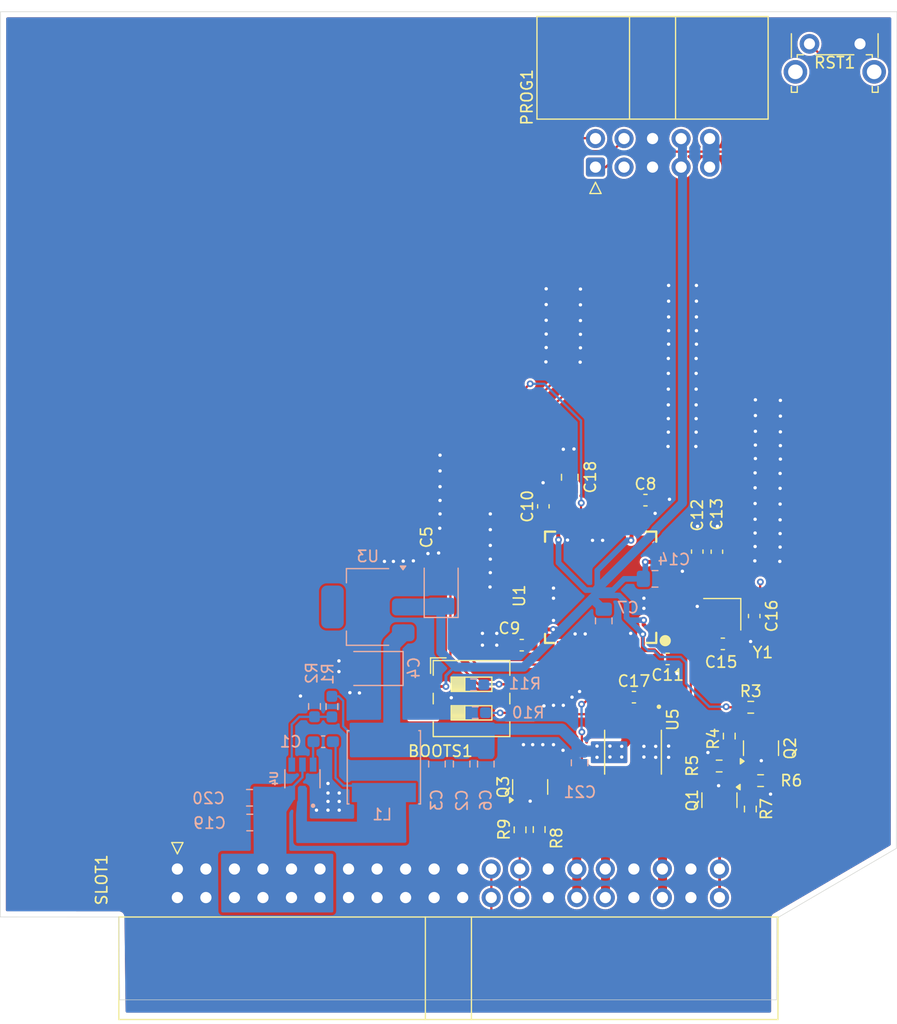
<source format=kicad_pcb>
(kicad_pcb (version 20240108) (generator "pcbnew") (generator_version "8.0")
  (layers (0 "F.Cu" signal) (31 "B.Cu" signal) (34 "B.Paste" user) (35 "F.Paste" user) (36 "B.SilkS" user "B.Silkscreen") (37 "F.SilkS" user "F.Silkscreen") (38 "B.Mask" user) (39 "F.Mask" user) (44 "Edge.Cuts" user))
  (net 0 "")
  (net 1 "CAN_H")
  (net 2 "+12V")
  (net 3 "RST")
  (net 4 "EN")
  (net 5 "GND")
  (net 6 "CAN_L")
  (net 7 "N_ERR")
  (net 12 "Net-(U1-VCAP)")
  (net 21 "Net-(U1-PH0)")
  (net 40 "Net-(Q1-G)")
  (net 48 "Net-(U1-PH1)")
  (net 49 "I2C3_SCL")
  (net 52 "CAN_RX")
  (net 53 "CAN_TX")
  (net 54 "Net-(U4-SW)")
  (net 55 "Net-(U4-VBST)")
  (net 56 "+5V")
  (net 57 "+3.3V")
  (net 58 "Net-(U4-VFB)")
  (net 59 "I2C3_SDA")
  (net 60 "SPLIT")
  (net 61 "/MCU/N_ERR_MOS")
  (net 62 "Net-(Q2-G)")
  (net 63 "N_RST")
  (net 64 "/MCU/SWIM")
  (net 65 "/MCU/SWDIO")
  (net 66 "/MCU/SWCLK")
  (net 67 "Net-(Q3-G)")
  (net 68 "/MCU/BOOT0")
  (net 69 "/MCU/BOOT1")
  (net 70 "/MCU/EN_PIN")
  (footprint "Crystal:Crystal_SMD_2520-4Pin_2.5x2.0mm" (layer "F.Cu") (at 146.099999 92.125 180)
    (property "Reference" "Y1")
    (property "Value" "Crystal_GND24")
  )
  (footprint "Package_TO_SOT_SMD:SOT-23" (layer "F.Cu") (at 129 107.4875 90)
    (property "Reference" "Q3")
    (property "Value" "2N7002")
  )
  (footprint "Capacitor_SMD:C_0603_1608Metric_Pad1.08x0.95mm_HandSolder" (layer "F.Cu") (at 141.2375 96.1)
    (property "Reference" "C11")
    (property "Value" "100n")
  )
  (footprint "Capacitor_SMD:C_0603_1608Metric_Pad1.08x0.95mm_HandSolder" (layer "F.Cu") (at 146.153032 94.758973)
    (property "Reference" "C15")
    (property "Value" "22p")
  )
  (footprint "Capacitor_SMD:C_0603_1608Metric_Pad1.08x0.95mm_HandSolder" (layer "F.Cu") (at 143.874998 86.55 90)
    (property "Reference" "C12")
    (property "Value" "100n")
  )
  (footprint "Resistor_SMD:R_0603_1608Metric_Pad0.98x0.95mm_HandSolder" (layer "F.Cu") (at 148.6375 100.4)
    (property "Reference" "R3")
    (property "Value" "10k")
  )
  (footprint "Button_Switch_THT:SW_Tactile_SPST_Angled_PTS645Vx39-2LFS" (layer "F.Cu") (at 153.865 41.385)
    (property "Reference" "RST1")
    (property "Value" "SW_Push")
  )
  (footprint "Connector_IDC:IDC-Header_2x20_P2.54mm_Horizontal" (layer "F.Cu") (at 97.59 114.785 90)
    (property "Reference" "SLOT1")
    (property "Value" "Conn_02x20_Counter_Clockwise" (hide yes))
  )
  (footprint "Resistor_SMD:R_0603_1608Metric_Pad0.98x0.95mm_HandSolder" (layer "F.Cu") (at 129.8 111.275 90)
    (property "Reference" "R8")
    (property "Value" "47k")
  )
  (footprint "Resistor_SMD:R_0603_1608Metric_Pad0.98x0.95mm_HandSolder" (layer "F.Cu") (at 146.725 102.9625 90)
    (property "Reference" "R4")
    (property "Value" "1k")
  )
  (footprint "Resistor_SMD:R_0603_1608Metric_Pad0.98x0.95mm_HandSolder" (layer "F.Cu") (at 128.1 111.3 -90)
    (property "Reference" "R9")
    (property "Value" "1k")
  )
  (footprint "Capacitor_SMD:C_0603_1608Metric_Pad1.08x0.95mm_HandSolder" (layer "F.Cu") (at 139.2625 81.975)
    (property "Reference" "C8")
    (property "Value" "100n")
  )
  (footprint "Capacitor_SMD:C_0603_1608Metric_Pad1.08x0.95mm_HandSolder" (layer "F.Cu") (at 145.625 86.5625 90)
    (property "Reference" "C13")
    (property "Value" "100n")
  )
  (footprint "Button_Switch_SMD:SW_DIP_SPSTx02_Slide_6.7x6.64mm_W8.61mm_P2.54mm_LowProfile" (layer "F.Cu") (at 123.78 99.625)
    (property "Reference" "BOOTS1")
    (property "Value" "SW_DIP_x02")
  )
  (footprint "Capacitor_SMD:C_0603_1608Metric_Pad1.08x0.95mm_HandSolder" (layer "F.Cu") (at 138.2375 99.5)
    (property "Reference" "C17")
    (property "Value" "100n")
  )
  (footprint "Capacitor_SMD:C_0805_2012Metric_Pad1.18x1.45mm_HandSolder" (layer "F.Cu") (at 132.525 79.9375 90)
    (property "Reference" "C18")
    (property "Value" "4.7u")
  )
  (footprint "Resistor_SMD:R_0603_1608Metric_Pad0.98x0.95mm_HandSolder" (layer "F.Cu") (at 148.6 109.45 -90)
    (property "Reference" "R7")
    (property "Value" "1k")
  )
  (footprint "STM32F412RET6:LQFP-10X10-64" (layer "F.Cu") (at 135.275001 89.725 90)
    (property "Reference" "U1")
    (property "Value" "STM32F412RET6")
  )
  (footprint "Capacitor_SMD:C_0603_1608Metric_Pad1.08x0.95mm_HandSolder" (layer "F.Cu") (at 128.25 94.875 180)
    (property "Reference" "C9")
    (property "Value" "100n")
  )
  (footprint "Capacitor_SMD:C_0603_1608Metric_Pad1.08x0.95mm_HandSolder" (layer "F.Cu") (at 148.946103 92.284099 -90)
    (property "Reference" "C16")
    (property "Value" "22p")
  )
  (footprint "Capacitor_SMD:C_0603_1608Metric_Pad1.08x0.95mm_HandSolder" (layer "F.Cu") (at 130.175 82.525 90)
    (property "Reference" "C10")
    (property "Value" "100n")
  )
  (footprint "Resistor_SMD:R_0603_1608Metric_Pad0.98x0.95mm_HandSolder" (layer "F.Cu") (at 145.825 105.625)
    (property "Reference" "R5")
    (property "Value" "47k")
  )
  (footprint "Package_TO_SOT_SMD:SOT-23" (layer "F.Cu") (at 149.55 104.0375 90)
    (property "Reference" "Q2")
    (property "Value" "2N7002")
  )
  (footprint "SN65HVD1040D:SOIC127P599X175-8N" (layer "F.Cu") (at 138.155 104.395001 -90)
    (property "Reference" "U5")
    (property "Value" "SN65HVD1040D")
  )
  (footprint "Connector_IDC:IDC-Header_2x05_P2.54mm_Horizontal" (layer "F.Cu") (at 134.815 52.35 90)
    (property "Reference" "PROG1")
    (property "Value" "Conn_02x05_Counter_Clockwise" (hide yes))
  )
  (footprint "Resistor_SMD:R_0603_1608Metric_Pad0.98x0.95mm_HandSolder" (layer "F.Cu") (at 149.5125 106.925 180)
    (property "Reference" "R6")
    (property "Value" "47k")
  )
  (footprint "Package_TO_SOT_SMD:SOT-23" (layer "F.Cu") (at 145.85 108.662499 -90)
    (property "Reference" "Q1")
    (property "Value" "2N7002")
  )
  (footprint "Capacitor_SMD:C_0805_2012Metric_Pad1.18x1.45mm_HandSolder" (layer "B.Cu") (at 104.0125 108.45 180)
    (property "Reference" "C20")
    (property "Value" "22u")
  )
  (footprint "Capacitor_SMD:C_0805_2012Metric_Pad1.18x1.45mm_HandSolder" (layer "B.Cu") (at 122.9 105.45 -90)
    (property "Reference" "C2")
    (property "Value" "22u")
  )
  (footprint "Capacitor_Tantalum_SMD:CP_EIA-3528-21_Kemet-B_Pad1.50x2.35mm_HandSolder" (layer "B.Cu") (at 121.075 89.775 90)
    (property "Reference" "C5")
    (property "Value" "10u")
  )
  (footprint "Capacitor_SMD:C_0805_2012Metric_Pad1.18x1.45mm_HandSolder" (layer "B.Cu") (at 133.4 105.3375 -90)
    (property "Reference" "C21")
    (property "Value" "22u")
  )
  (footprint "Capacitor_SMD:C_0805_2012Metric_Pad1.18x1.45mm_HandSolder" (layer "B.Cu") (at 140.1125 88.975)
    (property "Reference" "C14")
    (property "Value" "10u")
  )
  (footprint "Capacitor_SMD:C_0805_2012Metric_Pad1.18x1.45mm_HandSolder" (layer "B.Cu") (at 120.7 105.45 -90)
    (property "Reference" "C3")
    (property "Value" "22u")
  )
  (footprint "Capacitor_SMD:C_0805_2012Metric_Pad1.18x1.45mm_HandSolder" (layer "B.Cu") (at 104.0375 110.65 180)
    (property "Reference" "C19")
    (property "Value" "22u")
  )
  (footprint "Capacitor_SMD:C_0603_1608Metric_Pad1.08x0.95mm_HandSolder" (layer "B.Cu") (at 110.575 103.4625)
    (property "Reference" "C1")
    (property "Value" "100n")
  )
  (footprint "Resistor_SMD:R_0603_1608Metric_Pad0.98x0.95mm_HandSolder" (layer "B.Cu") (at 109.8 100.325001 90)
    (property "Reference" "R2")
    (property "Value" "10k")
  )
  (footprint "Resistor_SMD:R_0603_1608Metric_Pad0.98x0.95mm_HandSolder" (layer "B.Cu") (at 124.1125 100.875 180)
    (property "Reference" "R10")
    (property "Value" "10k")
  )
  (footprint "TPS563201DDCR:SOT95P280X110-6N" (layer "B.Cu") (at 108.724999 106.757501 90)
    (property "Reference" "U4")
    (property "Value" "TPS563201DDCR")
  )
  (footprint "Resistor_SMD:R_0603_1608Metric_Pad0.98x0.95mm_HandSolder" (layer "B.Cu") (at 111.35 100.3375 -90)
    (property "Reference" "R1")
    (property "Value" "54.9k")
  )
  (footprint "Inductor_SMD:L_Changjiang_FNR6045S" (layer "B.Cu") (at 115.975 105.7375 90)
    (property "Reference" "L1")
    (property "Value" "4.7u")
  )
  (footprint "Resistor_SMD:R_0603_1608Metric_Pad0.98x0.95mm_HandSolder" (layer "B.Cu") (at 123.9625 98.4 180)
    (property "Reference" "R11")
    (property "Value" "10k")
  )
  (footprint "Package_TO_SOT_SMD:SOT-223" (layer "B.Cu") (at 114.549999 91.475 180)
    (property "Reference" "U3")
    (property "Value" "LM1117MP-3.3")
  )
  (footprint "Capacitor_SMD:C_0805_2012Metric_Pad1.18x1.45mm_HandSolder" (layer "B.Cu") (at 125.05 105.45 -90)
    (property "Reference" "C6")
    (property "Value" "22u")
  )
  (footprint "Capacitor_Tantalum_SMD:CP_EIA-3528-21_Kemet-B_Pad1.50x2.35mm_HandSolder" (layer "B.Cu") (at 115.05 96.95 180)
    (property "Reference" "C4")
    (property "Value" "10u")
  )
  (footprint "Capacitor_SMD:C_0805_2012Metric_Pad1.18x1.45mm_HandSolder" (layer "B.Cu") (at 135.55 92.7125 -90)
    (property "Reference" "C7")
    (property "Value" "10u")
  )
  (gr_line (start 150.92 126.42) (end 150.95 119.165) (stroke (width 0.05)) (layer "Edge.Cuts"))
  (gr_line (start 92.46 126.42) (end 92.38 119.055) (stroke (width 0.05)) (layer "Edge.Cuts"))
  (gr_line (start 92.38 119.055) (end 81.825 119.05) (stroke (width 0.05)) (layer "Edge.Cuts"))
  (gr_line (start 81.825 119.05) (end 81.85 38.525) (stroke (width 0.05)) (layer "Edge.Cuts"))
  (gr_line (start 81.85 38.525) (end 161.65 38.525) (stroke (width 0.05)) (layer "Edge.Cuts"))
  (gr_line (start 150.95 119.165) (end 161.6 112.95) (stroke (width 0.05)) (layer "Edge.Cuts"))
  (gr_line (start 161.6 112.95) (end 161.65 38.525) (stroke (width 0.05)) (layer "Edge.Cuts"))
  (gr_line (start 150.92 126.42) (end 92.46 126.42) (stroke (width 0.05)) (layer "Edge.Cuts"))
  (segment (start 140.785 112.21) (end 140.785 115.225) (width 0.8) (layer "F.Cu") (net 1))
  (segment (start 138.789999 110.214999) (end 140.785 112.21) (width 0.8) (layer "F.Cu") (net 1))
  (segment (start 138.789999 106.865001) (end 138.789999 110.214999) (width 0.8) (layer "F.Cu") (net 1))
  (segment (start 140.785 117.765001) (end 140.785 115.225) (width 0.8) (layer "F.Cu") (net 1))
  (segment (start 108.724999 106.625001) (end 108.724999 105.502501) (width 0.2) (layer "B.Cu") (net 2))
  (segment (start 107.775 107.575) (end 108.724999 106.625001) (width 0.2) (layer "B.Cu") (net 2))
  (segment (start 107.775 108.0125) (end 107.775 107.575) (width 0.2) (layer "B.Cu") (net 2))
  (segment (start 126.375 120.425) (end 146.925 120.425) (width 0.2) (layer "F.Cu") (net 3))
  (segment (start 125.545 119.595) (end 126.375 120.425) (width 0.2) (layer "F.Cu") (net 3))
  (segment (start 146.925 120.425) (end 148.6 118.75) (width 0.2) (layer "F.Cu") (net 3))
  (segment (start 125.545 117.765001) (end 125.545 115.225001) (width 0.2) (layer "F.Cu") (net 3))
  (segment (start 148.6 118.75) (end 148.6 109.8625) (width 0.2) (layer "F.Cu") (net 3))
  (segment (start 125.545 117.765001) (end 125.545 119.595) (width 0.2) (layer "F.Cu") (net 3))
  (segment (start 128.07 114.785) (end 128.07 112.2425) (width 0.2) (layer "F.Cu") (net 4))
  (segment (start 128.07 112.2425) (end 128.1 112.2125) (width 0.2) (layer "F.Cu") (net 4))
  (segment (start 128.07 117.325) (end 128.07 114.785) (width 0.2) (layer "F.Cu") (net 4))
  (via (at 126.025 94.875) (size 0.6) (drill 0.3) (layers "F.Cu" "B.Cu") (net 5))
  (via (at 111 108.025) (size 0.6) (drill 0.3) (layers "F.Cu" "B.Cu") (net 5))
  (via (at 140.175 104.85) (size 0.6) (drill 0.3) (layers "F.Cu" "B.Cu") (net 5))
  (via (at 137.95 93.825) (size 0.6) (drill 0.3) (layers "F.Cu" "B.Cu") (net 5))
  (via (at 143.875 91.425) (size 0.6) (drill 0.3) (layers "F.Cu" "B.Cu") (net 5))
  (via (at 131.075 100.225) (size 0.6) (drill 0.3) (layers "F.Cu" "B.Cu") (net 5))
  (via (at 151.275 74.5) (size 0.6) (drill 0.3) (layers "F.Cu" "B.Cu") (net 5))
  (via (at 126.025 93.825) (size 0.6) (drill 0.3) (layers "F.Cu" "B.Cu") (net 5))
  (via (at 149.025 83.675) (size 0.6) (drill 0.3) (layers "F.Cu" "B.Cu") (net 5))
  (via (at 151.275 75.9) (size 0.6) (drill 0.3) (layers "F.Cu" "B.Cu") (net 5))
  (via (at 111 107.175) (size 0.6) (drill 0.3) (layers "F.Cu" "B.Cu") (net 5))
  (via (at 120.975 80.775) (size 0.6) (drill 0.3) (layers "F.Cu" "B.Cu") (net 5))
  (via (at 151.275 73.1) (size 0.6) (drill 0.3) (layers "F.Cu" "B.Cu") (net 5))
  (via (at 131.95 100.225) (size 0.6) (drill 0.3) (layers "F.Cu" "B.Cu") (net 5))
  (via (at 149.05 73.05) (size 0.6) (drill 0.3) (layers "F.Cu" "B.Cu") (net 5))
  (via (at 143.775 74.725) (size 0.6) (drill 0.3) (layers "F.Cu" "B.Cu") (net 5))
  (via (at 132.725 99.5) (size 0.6) (drill 0.3) (layers "F.Cu" "B.Cu") (net 5))
  (via (at 112 108.025) (size 0.6) (drill 0.3) (layers "F.Cu" "B.Cu") (net 5))
  (via (at 130.425 68.4) (size 0.6) (drill 0.3) (layers "F.Cu" "B.Cu") (net 5))
  (via (at 124.75 94.875) (size 0.6) (drill 0.3) (layers "F.Cu" "B.Cu") (net 5))
  (via (at 151.25 84.95) (size 0.6) (drill 0.3) (layers "F.Cu" "B.Cu") (net 5))
  (via (at 143.8 66.9) (size 0.6) (drill 0.3) (layers "F.Cu" "B.Cu") (net 5))
  (via (at 134.55 85.55) (size 0.6) (drill 0.3) (layers "F.Cu" "B.Cu") (net 5))
  (via (at 142.55 88.3) (size 0.6) (drill 0.3) (layers "F.Cu" "B.Cu") (net 5))
  (via (at 140.175 103.874998) (size 0.6) (drill 0.3) (layers "F.Cu" "B.Cu") (net 5))
  (via (at 111 108.775) (size 0.6) (drill 0.3) (layers "F.Cu" "B.Cu") (net 5))
  (via (at 141.275 77.2) (size 0.6) (drill 0.3) (layers "F.Cu" "B.Cu") (net 5))
  (via (at 149.025 82.275) (size 0.6) (drill 0.3) (layers "F.Cu" "B.Cu") (net 5))
  (via (at 133.475 66) (size 0.6) (drill 0.3) (layers "F.Cu" "B.Cu") (net 5))
  (via (at 133 93.875) (size 0.6) (drill 0.3) (layers "F.Cu" "B.Cu") (net 5))
  (via (at 117.7 87.4) (size 0.6) (drill 0.3) (layers "F.Cu" "B.Cu") (net 5))
  (via (at 151.275 78.325) (size 0.6) (drill 0.3) (layers "F.Cu" "B.Cu") (net 5))
  (via (at 131.075001 89.799999) (size 0.6) (drill 0.3) (layers "F.Cu" "B.Cu") (net 5))
  (via (at 111 109.55) (size 0.6) (drill 0.3) (layers "F.Cu" "B.Cu") (net 5))
  (via (at 120.975 79.375) (size 0.6) (drill 0.3) (layers "F.Cu" "B.Cu") (net 5))
  (via (at 142.075 97.4) (size 0.6) (drill 0.3) (layers "F.Cu" "B.Cu") (net 5))
  (via (at 143.75 77.2) (size 0.6) (drill 0.3) (layers "F.Cu" "B.Cu") (net 5))
  (via (at 141.325 68.1) (size 0.6) (drill 0.3) (layers "F.Cu" "B.Cu") (net 5))
  (via (at 131.075 92.675) (size 0.6) (drill 0.3) (layers "F.Cu" "B.Cu") (net 5))
  (via (at 133.475 67.225) (size 0.6) (drill 0.3) (layers "F.Cu" "B.Cu") (net 5))
  (via (at 125.45 84.6) (size 0.6) (drill 0.3) (layers "F.Cu" "B.Cu") (net 5))
  (via (at 133.9 93.875) (size 0.6) (drill 0.3) (layers "F.Cu" "B.Cu") (net 5))
  (via (at 139.124999 104.824999) (size 0.6) (drill 0.3) (layers "F.Cu" "B.Cu") (net 5))
  (via (at 111.975 96.275) (size 0.6) (drill 0.3) (layers "F.Cu" "B.Cu") (net 5))
  (via (at 143.775 72.1) (size 0.6) (drill 0.3) (layers "F.Cu" "B.Cu") (net 5))
  (via (at 132.325 85.525) (size 0.6) (drill 0.3) (layers "F.Cu" "B.Cu") (net 5))
  (via (at 116.825 87.425) (size 0.6) (drill 0.3) (layers "F.Cu" "B.Cu") (net 5))
  (via (at 143.8 68.1) (size 0.6) (drill 0.3) (layers "F.Cu" "B.Cu") (net 5))
  (via (at 124.75 93.825) (size 0.6) (drill 0.3) (layers "F.Cu" "B.Cu") (net 5))
  (via (at 149.05 77.075) (size 0.6) (drill 0.3) (layers "F.Cu" "B.Cu") (net 5))
  (via (at 128.4 103.725) (size 0.6) (drill 0.3) (layers "F.Cu" "B.Cu") (net 5))
  (via (at 125.425 89.7) (size 0.6) (drill 0.3) (layers "F.Cu" "B.Cu") (net 5))
  (via (at 141.3 69.375) (size 0.6) (drill 0.3) (layers "F.Cu" "B.Cu") (net 5))
  (via (at 131.075 103.725) (size 0.6) (drill 0.3) (layers "F.Cu" "B.Cu") (net 5))
  (via (at 113.8 99.125) (size 0.6) (drill 0.3) (layers "F.Cu" "B.Cu") (net 5))
  (via (at 108.55 99.4) (size 0.6) (drill 0.3) (layers "F.Cu" "B.Cu") (net 5))
  (via (at 129.225 103.725) (size 0.6) (drill 0.3) (layers "F.Cu" "B.Cu") (net 5))
  (via (at 120.85 86.675) (size 0.6) (drill 0.3) (layers "F.Cu" "B.Cu") (net 5))
  (via (at 133.475 68.425) (size 0.6) (drill 0.3) (layers "F.Cu" "B.Cu") (net 5))
  (via (at 130.425 65.975) (size 0.6) (drill 0.3) (layers "F.Cu" "B.Cu") (net 5))
  (via (at 149.575 105.15) (size 0.6) (drill 0.3) (layers "F.Cu" "B.Cu") (net 5))
  (via (at 109.975 109.55) (size 0.6) (drill 0.3) (layers "F.Cu" "B.Cu") (net 5))
  (via (at 143.8 65.675) (size 0.6) (drill 0.3) (layers "F.Cu" "B.Cu") (net 5))
  (via (at 112 108.775) (size 0.6) (drill 0.3) (layers "F.Cu" "B.Cu") (net 5))
  (via (at 111.975 97.225) (size 0.6) (drill 0.3) (layers "F.Cu" "B.Cu") (net 5))
  (via (at 133.4 99) (size 0.6) (drill 0.3) (layers "F.Cu" "B.Cu") (net 5))
  (via (at 140.125 83.15) (size 0.6) (drill 0.3) (layers "F.Cu" "B.Cu") (net 5))
  (via (at 125.45 87.225) (size 0.6) (drill 0.3) (layers "F.Cu" "B.Cu") (net 5))
  (via (at 119.9 86.725) (size 0.6) (drill 0.3) (layers "F.Cu" "B.Cu") (net 5))
  (via (at 149.05 78.275) (size 0.6) (drill 0.3) (layers "F.Cu" "B.Cu") (net 5))
  (via (at 141.4 81.9) (size 0.6) (drill 0.3) (layers "F.Cu" "B.Cu") (net 5))
  (via (at 141.325 65.675) (size 0.6) (drill 0.3) (layers "F.Cu" "B.Cu") (net 5))
  (via (at 130.4 69.675) (size 0.6) (drill 0.3) (layers "F.Cu" "B.Cu") (net 5))
  (via (at 149.025 86.1) (size 0.6) (drill 0.3) (layers "F.Cu" "B.Cu") (net 5))
  (via (at 141.325 104.85) (size 0.6) (drill 0.3) (layers "F.Cu" "B.Cu") (net 5))
  (via (at 144.825 104.425) (size 0.6) (drill 0.3) (layers "F.Cu" "B.Cu") (net 5))
  (via (at 120.95 84.475) (size 0.6) (drill 0.3) (layers "F.Cu" "B.Cu") (net 5))
  (via (at 131.925 104.225) (size 0.6) (drill 0.3) (layers "F.Cu" "B.Cu") (net 5))
  (via (at 131.95 77.45) (size 0.6) (drill 0.3) (layers "F.Cu" "B.Cu") (net 5))
  (via (at 151.25 82.325) (size 0.6) (drill 0.3) (layers "F.Cu" "B.Cu") (net 5))
  (via (at 120.975 82) (size 0.6) (drill 0.3) (layers "F.Cu" "B.Cu") (net 5))
  (via (at 112.95 99.1) (size 0.6) (drill 0.3) (layers "F.Cu" "B.Cu") (net 5))
  (via (at 151.25 79.6) (size 0.6) (drill 0.3) (layers "F.Cu" "B.Cu") (net 5))
  (via (at 132.9 77.425) (size 0.6) (drill 0.3) (layers "F.Cu" "B.Cu") (net 5))
  (via (at 139.124999 91.600001) (size 0.6) (drill 0.3) (layers "F.Cu" "B.Cu") (net 5))
  (via (at 141.3 74.725) (size 0.6) (drill 0.3) (layers "F.Cu" "B.Cu") (net 5))
  (via (at 112 109.55) (size 0.6) (drill 0.3) (layers "F.Cu" "B.Cu") (net 5))
  (via (at 129 108.75) (size 0.6) (drill 0.3) (layers "F.Cu" "B.Cu") (net 5))
  (via (at 143.775 75.925) (size 0.6) (drill 0.3) (layers "F.Cu" "B.Cu") (net 5))
  (via (at 133.475 63.2) (size 0.6) (drill 0.3) (layers "F.Cu" "B.Cu") (net 5))
  (via (at 149.05 74.45) (size 0.6) (drill 0.3) (layers "F.Cu" "B.Cu") (net 5))
  (via (at 149 87.375) (size 0.6) (drill 0.3) (layers "F.Cu" "B.Cu") (net 5))
  (via (at 130.125 103.725) (size 0.6) (drill 0.3) (layers "F.Cu" "B.Cu") (net 5))
  (via (at 143.9 84.3) (size 0.6) (drill 0.3) (layers "F.Cu" "B.Cu") (net 5))
  (via (at 148.625 94.55) (size 0.6) (drill 0.3) (layers "F.Cu" "B.Cu") (net 5))
  (via (at 133.45 69.7) (size 0.6) (drill 0.3) (layers "F.Cu" "B.Cu") (net 5))
  (via (at 141.3 72.1) (size 0.6) (drill 0.3) (layers "F.Cu" "B.Cu") (net 5))
  (via (at 151.225 87.425) (size 0.6) (drill 0.3) (layers "F.Cu" "B.Cu") (net 5))
  (via (at 145.775 107.375) (size 0.6) (drill 0.3) (layers "F.Cu" "B.Cu") (net 5))
  (via (at 141.325 64.275) (size 0.6) (drill 0.3) (layers "F.Cu" "B.Cu") (net 5))
  (via (at 118.6 87.375) (size 0.6) (drill 0.3) (layers "F.Cu" "B.Cu") (net 5))
  (via (at 130.225 100.275) (size 0.6) (drill 0.3) (layers "F.Cu" "B.Cu") (net 5))
  (via (at 141.3 70.7) (size 0.6) (drill 0.3) (layers "F.Cu" "B.Cu") (net 5))
  (via (at 130.425 63.175) (size 0.6) (drill 0.3) (layers "F.Cu" "B.Cu") (net 5))
  (via (at 145.675 84.3) (size 0.6) (drill 0.3) (layers "F.Cu" "B.Cu") (net 5))
  (via (at 141.3 73.5) (size 0.6) (drill 0.3) (layers "F.Cu" "B.Cu") (net 5))
  (via (at 141.325 103.85) (size 0.6) (drill 0.3) (layers "F.Cu" "B.Cu") (net 5))
  (via (at 135.45 85.55) (size 0.6) (drill 0.3) (layers "F.Cu" "B.Cu") (net 5))
  (via (at 143.775 70.7) (size 0.6) (drill 0.3) (layers "F.Cu" "B.Cu") (net 5))
  (via (at 143.8 64.275) (size 0.6) (drill 0.3) (layers "F.Cu" "B.Cu") (net 5))
  (via (at 141.325 62.875) (size 0.6) (drill 0.3) (layers "F.Cu" "B.Cu") (net 5))
  (via (at 149.025 79.55) (size 0.6) (drill 0.3) (layers "F.Cu" "B.Cu") (net 5))
  (via (at 151.25 83.725) (size 0.6) (drill 0.3) (layers "F.Cu" "B.Cu") (net 5))
  (via (at 130.425 67.2) (size 0.6) (drill 0.3) (layers "F.Cu" "B.Cu") (net 5))
  (via (at 141.3 75.925) (size 0.6) (drill 0.3) (layers "F.Cu" "B.Cu") (net 5))
  (via (at 125.45 88.425) (size 0.6) (drill 0.3) (layers "F.Cu" "B.Cu") (net 5))
  (via (at 121.975 99.55) (size 0.6) (drill 0.3) (layers "F.Cu" "B.Cu") (net 5))
  (via (at 131.075 90.7) (size 0.6) (drill 0.3) (layers "F.Cu" "B.Cu") (net 5))
  (via (at 125.45 83.2) (size 0.6) (drill 0.3) (layers "F.Cu" "B.Cu") (net 5))
  (via (at 130.425 64.575) (size 0.6) (drill 0.3) (layers "F.Cu" "B.Cu") (net 5))
  (via (at 151.275 77.125) (size 0.6) (drill 0.3) (layers "F.Cu" "B.Cu") (net 5))
  (via (at 120.975 83.2) (size 0.6) (drill 0.3) (layers "F.Cu" "B.Cu") (net 5))
  (via (at 125.45 86) (size 0.6) (drill 0.3) (layers "F.Cu" "B.Cu") (net 5))
  (via (at 116.025 87.425) (size 0.6) (drill 0.3) (layers "F.Cu" "B.Cu") (net 5))
  (via (at 139.125 90.7) (size 0.6) (drill 0.3) (layers "F.Cu" "B.Cu") (net 5))
  (via (at 143.775 73.5) (size 0.6) (drill 0.3) (layers "F.Cu" "B.Cu") (net 5))
  (via (at 143.8 62.875) (size 0.6) (drill 0.3) (layers "F.Cu" "B.Cu") (net 5))
  (via (at 149.025 80.875) (size 0.6) (drill 0.3) (layers "F.Cu" "B.Cu") (net 5))
  (via (at 149.025 84.9) (size 0.6) (drill 0.3) (layers "F.Cu" "B.Cu") (net 5))
  (via (at 150.4 108.125) (size 0.6) (drill 0.3) (layers "F.Cu" "B.Cu") (net 5))
  (via (at 120.975 77.975) (size 0.6) (drill 0.3) (layers "F.Cu" "B.Cu") (net 5))
  (via (at 139.125 103.875) (size 0.6) (drill 0.3) (layers "F.Cu" "B.Cu") (net 5))
  (via (at 133.475 64.6) (size 0.6) (drill 0.3) (layers "F.Cu" "B.Cu") (net 5))
  (via (at 151.25 80.925) (size 0.6) (drill 0.3) (layers "F.Cu" "B.Cu") (net 5))
  (via (at 151.25 86.15) (size 0.6) (drill 0.3) (layers "F.Cu" "B.Cu") (net 5))
  (via (at 143.775 69.375) (size 0.6) (drill 0.3) (layers "F.Cu" "B.Cu") (net 5))
  (via (at 149.05 75.85) (size 0.6) (drill 0.3) (layers "F.Cu" "B.Cu") (net 5))
  (via (at 130.15 80.425) (size 0.6) (drill 0.3) (layers "F.Cu" "B.Cu") (net 5))
  (via (at 141.325 66.9) (size 0.6) (drill 0.3) (layers "F.Cu" "B.Cu") (net 5))
  (segment (start 135.705 112.22) (end 137.52 110.405) (width 0.8) (layer "F.Cu") (net 6))
  (segment (start 135.705 117.765) (end 135.705 115.225) (width 0.8) (layer "F.Cu") (net 6))
  (segment (start 135.705 115.225) (end 135.705 112.22) (width 0.8) (layer "F.Cu") (net 6))
  (segment (start 137.52 110.405) (end 137.52 106.864999) (width 0.8) (layer "F.Cu") (net 6))
  (segment (start 145.865 117.765001) (end 145.865 109.615) (width 0.254) (layer "F.Cu") (net 7))
  (segment (start 145.865 109.615) (end 145.85 109.6) (width 0.2) (layer "F.Cu") (net 7))
  (segment (start 132.525 84.125) (end 132.525 80.8125) (width 0.4) (layer "F.Cu") (net 12))
  (segment (start 142.7 91.475) (end 144.275 93.05) (width 0.2) (layer "F.Cu") (net 21))
  (segment (start 140.875 91.475) (end 142.7 91.475) (width 0.2) (layer "F.Cu") (net 21))
  (segment (start 144.275 93.05) (end 145 93.05) (width 0.2) (layer "F.Cu") (net 21))
  (segment (start 145.225 94.693439) (end 145.224999 92.825) (width 0.2) (layer "F.Cu") (net 21))
  (segment (start 145 93.05) (end 145.225 92.825) (width 0.2) (layer "F.Cu") (net 21))
  (segment (start 146.8 105.4375) (end 146.7625 105.4) (width 0.2) (layer "F.Cu") (net 40))
  (segment (start 146.725 103.7) (end 146.725 105.3625) (width 0.254) (layer "F.Cu") (net 40))
  (segment (start 146.725 105.3625) (end 146.7625 105.4) (width 0.2) (layer "F.Cu") (net 40))
  (segment (start 146.8 107.724999) (end 146.8 105.4375) (width 0.254) (layer "F.Cu") (net 40))
  (segment (start 146.974998 91.425) (end 146.974998 90.874999) (width 0.2) (layer "F.Cu") (net 48))
  (segment (start 148.946105 91.421601) (end 148.942704 91.424996) (width 0.2) (layer "F.Cu") (net 48))
  (segment (start 146.974998 90.874999) (end 146.549999 90.45) (width 0.2) (layer "F.Cu") (net 48))
  (segment (start 148.942704 91.424996) (end 146.974999 91.425) (width 0.2) (layer "F.Cu") (net 48))
  (segment (start 143.45 90.45) (end 142.875 91.025) (width 0.2) (layer "F.Cu") (net 48))
  (segment (start 142.875 91.025) (end 140.925002 91.025) (width 0.2) (layer "F.Cu") (net 48))
  (segment (start 140.925002 91.025) (end 140.875002 90.975) (width 0.2) (layer "F.Cu") (net 48))
  (segment (start 146.549999 90.45) (end 143.45 90.45) (width 0.2) (layer "F.Cu") (net 48))
  (segment (start 136.25 101.925) (end 136.25 98.3) (width 0.2) (layer "F.Cu") (net 52))
  (segment (start 136.25 98.3) (end 137.525 97.025) (width 0.2) (layer "F.Cu") (net 52))
  (segment (start 137.525 97.025) (end 137.525 95.325) (width 0.2) (layer "F.Cu") (net 52))
  (segment (start 140.059999 99.034999) (end 138.025002 97.000002) (width 0.2) (layer "F.Cu") (net 53))
  (segment (start 140.059999 101.925001) (end 140.059999 99.034999) (width 0.2) (layer "F.Cu") (net 53))
  (segment (start 138.025002 97.000002) (end 138.025002 95.325) (width 0.2) (layer "F.Cu") (net 53))
  (segment (start 112.375 107.375) (end 115.362498 107.375) (width 0.2) (layer "B.Cu") (net 54))
  (segment (start 115.362498 107.375) (end 115.974999 107.987501) (width 0.2) (layer "B.Cu") (net 54))
  (segment (start 111.675 103.700001) (end 111.675 106.675) (width 0.2) (layer "B.Cu") (net 54))
  (segment (start 111.4375 103.462501) (end 111.675 103.700001) (width 0.2) (layer "B.Cu") (net 54))
  (segment (start 111.675 106.675) (end 112.375 107.375) (width 0.2) (layer "B.Cu") (net 54))
  (segment (start 109.674998 103.500001) (end 109.7125 103.462499) (width 0.2) (layer "B.Cu") (net 55))
  (segment (start 109.674998 105.502502) (end 109.674998 103.500001) (width 0.2) (layer "B.Cu") (net 55))
  (segment (start 137.520001 99.645001) (end 137.375 99.5) (width 0.2) (layer "F.Cu") (net 56))
  (segment (start 137.520001 101.925001) (end 137.520001 103.504999) (width 0.8) (layer "F.Cu") (net 56))
  (segment (start 137.520001 103.504999) (end 137.15 103.875) (width 0.8) (layer "F.Cu") (net 56))
  (segment (start 137.520001 101.925001) (end 137.520001 99.645001) (width 0.8) (layer "F.Cu") (net 56))
  (via (at 137.15 104.825) (size 0.6) (drill 0.3) (layers "F.Cu" "B.Cu") (net 56))
  (via (at 136.1 103.85) (size 0.6) (drill 0.3) (layers "F.Cu" "B.Cu") (net 56))
  (via (at 137.15 103.875) (size 0.6) (drill 0.3) (layers "F.Cu" "B.Cu") (net 56))
  (via (at 134.95 103.85) (size 0.6) (drill 0.3) (layers "F.Cu" "B.Cu") (net 56))
  (via (at 136.1 104.825) (size 0.6) (drill 0.3) (layers "F.Cu" "B.Cu") (net 56))
  (via (at 134.95 104.85) (size 0.6) (drill 0.3) (layers "F.Cu" "B.Cu") (net 56))
  (segment (start 116.675 96.95) (end 116.675 102.7875) (width 1.5) (layer "B.Cu") (net 56))
  (segment (start 131.8125 102.35) (end 133.7625 104.3) (width 1) (layer "B.Cu") (net 56))
  (segment (start 116.675 102.7875) (end 115.975001 103.487499) (width 0.2) (layer "B.Cu") (net 56))
  (segment (start 133.7625 104.3) (end 134.538971 104.3) (width 1) (layer "B.Cu") (net 56))
  (segment (start 112.825 102.55) (end 113.1 102.55) (width 0.2) (layer "B.Cu") (net 56))
  (segment (start 111.35 99.425) (end 111.95 99.425) (width 0.2) (layer "B.Cu") (net 56))
  (segment (start 112.35 102.075) (end 112.825 102.55) (width 0.2) (layer "B.Cu") (net 56))
  (segment (start 116.675 96.95) (end 116.675 94.799999) (width 1.5) (layer "B.Cu") (net 56))
  (segment (start 145.1 49.775) (end 145.1 52.315001) (width 1.5) (layer "B.Cu") (net 56))
  (segment (start 112.35 99.825) (end 112.35 102.075) (width 0.2) (layer "B.Cu") (net 56))
  (segment (start 125.1375 102.35) (end 131.8125 102.35) (width 1) (layer "B.Cu") (net 56))
  (segment (start 111.95 99.425) (end 112.35 99.825) (width 0.2) (layer "B.Cu") (net 56))
  (segment (start 116.675 94.799999) (end 117.699999 93.775) (width 1.5) (layer "B.Cu") (net 56))
  (segment (start 130.912499 84.125) (end 130.174999 83.3875) (width 0.35) (layer "F.Cu") (net 57))
  (segment (start 139.1 92.65) (end 139.1 93.049999) (width 0.35) (layer "F.Cu") (net 57))
  (segment (start 137.975 85.55) (end 137.975 85.35) (width 0.35) (layer "F.Cu") (net 57))
  (segment (start 120.415 98.55) (end 120.34 98.475) (width 0.254) (layer "F.Cu") (net 57))
  (segment (start 138.4 81.975) (end 138.025001 82.349999) (width 0.2) (layer "F.Cu") (net 57))
  (segment (start 130.825 93.475) (end 130.824999 93.474999) (width 0.254) (layer "F.Cu") (net 57))
  (segment (start 130.4832 93.4829) (end 129.208201 93.4829) (width 0.35) (layer "F.Cu") (net 57))
  (segment (start 139.1 93.049999) (end 139.525001 93.475) (width 0.35) (layer "F.Cu") (net 57))
  (segment (start 140.05 95.325) (end 139.025 95.325) (width 0.35) (layer "F.Cu") (net 57))
  (segment (start 147.725 100.4) (end 146.575 100.4) (width 0.2) (layer "F.Cu") (net 57))
  (segment (start 146.475 100.4) (end 146.525 100.4) (width 0.2) (layer "F.Cu") (net 57))
  (segment (start 145.75 87.425) (end 144.012498 87.425) (width 0.35) (layer "F.Cu") (net 57))
  (segment (start 130.824999 93.474999) (end 129.675001 93.474999) (width 0.35) (layer "F.Cu") (net 57))
  (segment (start 139.025 93.9) (end 139.025 95.325) (width 0.35) (layer "F.Cu") (net 57))
  (segment (start 138.025001 85.499999) (end 137.975 85.55) (width 0.2) (layer "F.Cu") (net 57))
  (segment (start 129.1125 94.0375) (end 129.675001 93.474999) (width 0.35) (layer "F.Cu") (net 57))
  (segment (start 119.475 98.355) (end 119.475 100.895) (width 0.254) (layer "F.Cu") (net 57))
  (segment (start 144.012498 87.425) (end 143.999998 87.4125) (width 0.2) (layer "F.Cu") (net 57))
  (segment (start 140.375 96.1) (end 140.375 95.65) (width 0.35) (layer "F.Cu") (net 57))
  (segment (start 138.025001 84.124999) (end 138.025001 85.499999) (width 0.35) (layer "F.Cu") (net 57))
  (segment (start 140.375 95.65) (end 140.05 95.325) (width 0.35) (layer "F.Cu") (net 57))
  (segment (start 129.1125 94.875001) (end 129.1125 94.0375) (width 0.35) (layer "F.Cu") (net 57))
  (segment (start 137.975 85.35) (end 138 85.325) (width 0.35) (layer "F.Cu") (net 57))
  (segment (start 139.525001 93.475) (end 140.875 93.475) (width 0.35) (layer "F.Cu") (net 57))
  (segment (start 143.999998 87.4125) (end 143.937497 87.475001) (width 0.2) (layer "F.Cu") (net 57))
  (segment (start 131.525 85.5) (end 131.525 85.275) (width 0.35) (layer "F.Cu") (net 57))
  (segment (start 131.525 85.5) (end 131.500001 85.475001) (width 0.35) (layer "F.Cu") (net 57))
  (segment (start 146.575 100.4) (end 146.45 100.35) (width 0.2) (layer "F.Cu") (net 57))
  (segment (start 121.5 98.55) (end 120.415 98.55) (width 0.254) (layer "F.Cu") (net 57))
  (segment (start 140.875001 87.475001) (end 139.250001 87.475001) (width 0.35) (layer "F.Cu") (net 57))
  (segment (start 146.45 100.35) (end 146.475 100.4) (width 0.2) (layer "F.Cu") (net 57))
  (segment (start 143.937497 87.475001) (end 140.875001 87.475001) (width 0.35) (layer "F.Cu") (net 57))
  (segment (start 131.05 93.475) (end 130.825 93.475) (width 0.254) (layer "F.Cu") (net 57))
  (segment (start 131.500001 85.475001) (end 131.500001 84.125) (width 0.35) (layer "F.Cu") (net 57))
  (segment (start 138.025001 82.349999) (end 138.025001 84.124999) (width 0.35) (layer "F.Cu") (net 57))
  (segment (start 131.525002 84.125) (end 130.912499 84.125) (width 0.35) (layer "F.Cu") (net 57))
  (via (at 146.45 100.35) (size 0.6) (drill 0.3) (layers "F.Cu" "B.Cu") (net 57))
  (via (at 131.05 93.475) (size 0.6) (drill 0.3) (layers "F.Cu" "B.Cu") (net 57))
  (via (at 121.5 98.55) (size 0.6) (drill 0.3) (layers "F.Cu" "B.Cu") (net 57))
  (via (at 139.1 92.65) (size 0.6) (drill 0.3) (layers "F.Cu" "B.Cu") (net 57))
  (via (at 139.250001 87.475001) (size 0.6) (drill 0.3) (layers "F.Cu" "B.Cu") (net 57))
  (via (at 137.975 85.55) (size 0.6) (drill 0.3) (layers "F.Cu" "B.Cu") (net 57))
  (via (at 131.525 85.5) (size 0.6) (drill 0.3) (layers "F.Cu" "B.Cu") (net 57))
  (via (at 139.025 93.9) (size 0.6) (drill 0.3) (layers "F.Cu" "B.Cu") (net 57))
  (segment (start 121.5 97.575) (end 122.25 96.825) (width 0.254) (layer "B.Cu") (net 57))
  (segment (start 134.8625 90.3875) (end 134.925 90.45) (width 0.5) (layer "B.Cu") (net 57))
  (segment (start 132.975 92.275) (end 134.075 91.175) (width 0.8) (layer "B.Cu") (net 57))
  (segment (start 137.65 85.55) (end 134.975 88.225) (width 0.5) (layer "B.Cu") (net 57))
  (segment (start 134.8625 90.3875) (end 134.975 90.275) (width 0.8) (layer "B.Cu") (net 57))
  (segment (start 133.95 89.975) (end 134.975 89.975) (width 0.5) (layer "B.Cu") (net 57))
  (segment (start 134.525 90.725) (end 134.8625 90.3875) (width 0.8) (layer "B.Cu") (net 57))
  (segment (start 134.925 90.45) (end 136.9 90.45) (width 0.5) (layer "B.Cu") (net 57))
  (segment (start 131.6 93.475) (end 131.6875 93.5625) (width 0.2) (layer "B.Cu") (net 57))
  (segment (start 139.250001 87.475001) (end 139.250001 88.799999) (width 0.5) (layer "B.Cu") (net 57))
  (segment (start 137.575 92.425) (end 137.8 92.65) (width 0.5) (layer "B.Cu") (net 57))
  (segment (start 120.7 91.475) (end 121.05 91.125) (width 0.2) (layer "B.Cu") (net 57))
  (segment (start 140.075 95.425) (end 140.075 95.375) (width 0.2) (layer "B.Cu") (net 57))
  (segment (start 134.975 88.225) (end 134.975 89.875) (width 0.5) (layer "B.Cu") (net 57))
  (segment (start 134.975 89.875) (end 134.975 89.975) (width 0.8) (layer "B.Cu") (net 57))
  (segment (start 121.05 95.475) (end 122.4 96.825) (width 0.8) (layer "B.Cu") (net 57))
  (segment (start 137.575 91.125) (end 137.575 92.425) (width 0.5) (layer "B.Cu") (net 57))
  (segment (start 142.875 98.275) (end 142.875 96.4) (width 0.2) (layer "B.Cu") (net 57))
  (segment (start 136.9 90.45) (end 137.575 91.125) (width 0.5) (layer "B.Cu") (net 57))
  (segment (start 128.425 96.825) (end 131.6875 93.5625) (width 0.8) (layer "B.Cu") (net 57))
  (segment (start 131.6875 93.5625) (end 132.975 92.275) (width 0.8) (layer "B.Cu") (net 57))
  (segment (start 139.5 95.375) (end 139.025 94.9) (width 0.2) (layer "B.Cu") (net 57))
  (segment (start 137.975 85.55) (end 137.65 85.55) (width 0.5) (layer "B.Cu") (net 57))
  (segment (start 142.56 82.215) (end 140.175 84.6) (width 0.8) (layer "B.Cu") (net 57))
  (segment (start 122.25 96.825) (end 122.4 96.825) (width 0.254) (layer "B.Cu") (net 57))
  (segment (start 139.250001 88.799999) (end 139.075 88.975) (width 0.5) (layer "B.Cu") (net 57))
  (segment (start 137.575 92.425) (end 139.025 93.875) (width 0.5) (layer "B.Cu") (net 57))
  (segment (start 146.45 100.35) (end 144.95 100.35) (width 0.2) (layer "B.Cu") (net 57))
  (segment (start 122.4 96.825) (end 128.425 96.825) (width 0.8) (layer "B.Cu") (net 57))
  (segment (start 137.8 92.65) (end 139.1 92.65) (width 0.5) (layer "B.Cu") (net 57))
  (segment (start 140.175 84.6) (end 140.175 84.675) (width 0.8) (layer "B.Cu") (net 57))
  (segment (start 134.525 90.725) (end 135.475 91.675) (width 0.8) (layer "B.Cu") (net 57))
  (segment (start 140.175 84.675) (end 134.975 89.875) (width 0.8) (layer "B.Cu") (net 57))
  (segment (start 139.075 88.975) (end 137.375 88.975) (width 0.5) (layer "B.Cu") (net 57))
  (segment (start 136.375 89.975) (end 134.975 89.975) (width 0.5) (layer "B.Cu") (net 57))
  (segment (start 139.025 93.9) (end 139.05 93.9) (width 0.5) (layer "B.Cu") (net 57))
  (segment (start 139.025 94.9) (end 139.025 93.9) (width 0.2) (layer "B.Cu") (net 57))
  (segment (start 139.025 93.875) (end 139.025 93.9) (width 0.5) (layer "B.Cu") (net 57))
  (segment (start 131.525 87.55) (end 133.95 89.975) (width 0.5) (layer "B.Cu") (net 57))
  (segment (start 134.075 91.175) (end 134.525 90.725) (width 0.8) (layer "B.Cu") (net 57))
  (segment (start 134.975 90.275) (end 134.975 89.975) (width 0.8) (layer "B.Cu") (net 57))
  (segment (start 137.375 88.975) (end 136.375 89.975) (width 0.5) (layer "B.Cu") (net 57))
  (segment (start 131.05 93.475) (end 131.6 93.475) (width 0.5) (layer "B.Cu") (net 57))
  (segment (start 142.56 49.775) (end 142.56 82.215) (width 0.8) (layer "B.Cu") (net 57))
  (segment (start 139.05 93.9) (end 139 93.85) (width 0.5) (layer "B.Cu") (net 57))
  (segment (start 121.5 98.55) (end 121.5 97.575) (width 0.254) (layer "B.Cu") (net 57))
  (segment (start 140.075 95.375) (end 139.5 95.375) (width 0.2) (layer "B.Cu") (net 57))
  (segment (start 135.475 91.675) (end 135.55 91.675) (width 0.8) (layer "B.Cu") (net 57))
  (segment (start 144.95 100.35) (end 142.875 98.275) (width 0.2) (layer "B.Cu") (net 57))
  (segment (start 117.7 91.475) (end 120.7 91.475) (width 1.5) (layer "B.Cu") (net 57))
  (segment (start 139.250001 87.475001) (end 139.225 87.45) (width 0.5) (layer "B.Cu") (net 57))
  (segment (start 142.875 96.4) (end 142.4 95.925) (width 0.2) (layer "B.Cu") (net 57))
  (segment (start 140.575 95.925) (end 140.075 95.425) (width 0.2) (layer "B.Cu") (net 57))
  (segment (start 131.525 85.5) (end 131.525 87.55) (width 0.5) (layer "B.Cu") (net 57))
  (segment (start 139.1 92.65) (end 139.1 92.675) (width 0.5) (layer "B.Cu") (net 57))
  (segment (start 142.4 95.925) (end 140.575 95.925) (width 0.2) (layer "B.Cu") (net 57))
  (segment (start 121.05 91.125) (end 121.05 95.475) (width 0.8) (layer "B.Cu") (net 57))
  (segment (start 107.774999 105.502502) (end 107.774999 101.925001) (width 0.2) (layer "B.Cu") (net 58))
  (segment (start 108.45 101.25) (end 111.35 101.25) (width 0.2) (layer "B.Cu") (net 58))
  (segment (start 107.774999 101.925001) (end 108.45 101.25) (width 0.2) (layer "B.Cu") (net 58))
  (segment (start 133.15 114.785) (end 133.15 117.325) (width 0.8) (layer "F.Cu") (net 60))
  (segment (start 133.15 111.675) (end 133.15 114.785) (width 0.8) (layer "F.Cu") (net 60))
  (segment (start 136.250001 108.574999) (end 133.15 111.675) (width 0.8) (layer "F.Cu") (net 60))
  (segment (start 136.250001 106.865001) (end 136.250001 108.574999) (width 0.8) (layer "F.Cu") (net 60))
  (segment (start 144.8 101.875) (end 146.725 101.875) (width 0.2) (layer "F.Cu") (net 61))
  (segment (start 142.5 93.55) (end 142.5 94.65) (width 0.2) (layer "F.Cu") (net 61))
  (segment (start 143.3 100.375) (end 144.8 101.875) (width 0.2) (layer "F.Cu") (net 61))
  (segment (start 143.3 95.45) (end 143.3 100.375) (width 0.2) (layer "F.Cu") (net 61))
  (segment (start 141.925 92.975) (end 142.5 93.55) (width 0.2) (layer "F.Cu") (net 61))
  (segment (start 140.875001 92.975) (end 141.925 92.975) (width 0.2) (layer "F.Cu") (net 61))
  (segment (start 142.5 94.65) (end 143.3 95.45) (width 0.2) (layer "F.Cu") (net 61))
  (segment (start 148.6 108.0375) (end 148.6 106.050001) (width 0.2) (layer "F.Cu") (net 62))
  (segment (start 148.6 106.050001) (end 148.6 104.975) (width 0.2) (layer "F.Cu") (net 62))
  (segment (start 143.35 89.825) (end 149.475 89.825) (width 0.2) (layer "F.Cu") (net 63))
  (segment (start 149.55 103.099999) (end 149.55 100.4) (width 0.2) (layer "F.Cu") (net 63))
  (segment (start 143.35 89.825) (end 143.075 90.1) (width 0.2) (layer "F.Cu") (net 63))
  (segment (start 150.175 91.175) (end 150.175 98.425) (width 0.2) (layer "F.Cu") (net 63))
  (segment (start 154.714999 50.975) (end 154.739999 51) (width 0.2) (layer "F.Cu") (net 63))
  (segment (start 149.55 99.05) (end 149.55 100.4) (width 0.2) (layer "F.Cu") (net 63))
  (segment (start 150.175 90.8) (end 150.175 91.175) (width 0.2) (layer "F.Cu") (net 63))
  (segment (start 149.475 89.269828) (end 149.494828 89.25) (width 0.2) (layer "F.Cu") (net 63))
  (segment (start 150.175 98.425) (end 149.55 99.05) (width 0.2) (layer "F.Cu") (net 63))
  (segment (start 149.494828 89.25) (end 149.475 89.230172) (width 0.2) (layer "F.Cu") (net 63))
  (segment (start 154.739999 51.060001) (end 150.175 55.625) (width 0.2) (layer "F.Cu") (net 63))
  (segment (start 150.175 55.625) (end 150.175 91.175) (width 0.2) (layer "F.Cu") (net 63))
  (segment (start 143.35 89.825) (end 142.7 90.475) (width 0.2) (layer "F.Cu") (net 63))
  (segment (start 135.728654 52.35) (end 137.103654 50.975) (width 0.2) (layer "F.Cu") (net 63))
  (segment (start 150.225 90.575) (end 150.225 90.75) (width 0.2) (layer "F.Cu") (net 63))
  (segment (start 153.865 41.385) (end 154.739999 42.259999) (width 0.2) (layer "F.Cu") (net 63))
  (segment (start 149.475 89.825) (end 149.475 89.269828) (width 0.2) (layer "F.Cu") (net 63))
  (segment (start 149.475 89.230172) (end 149.475 89.1) (width 0.2) (layer "F.Cu") (net 63))
  (segment (start 134.815 52.35) (end 135.728654 52.35) (width 0.2) (layer "F.Cu") (net 63))
  (segment (start 137.103654 50.975) (end 154.714999 50.975) (width 0.2) (layer "F.Cu") (net 63))
  (segment (start 142.7 90.475) (end 140.875001 90.475) (width 0.2) (layer "F.Cu") (net 63))
  (segment (start 149.475 89.825) (end 150.225 90.575) (width 0.2) (layer "F.Cu") (net 63))
  (segment (start 154.739999 51) (end 154.739999 51.060001) (width 0.2) (layer "F.Cu") (net 63))
  (segment (start 154.739999 42.259999) (end 154.739999 51) (width 0.2) (layer "F.Cu") (net 63))
  (segment (start 150.225 90.75) (end 150.175 90.8) (width 0.2) (layer "F.Cu") (net 63))
  (via (at 149.494828 89.25) (size 0.6) (drill 0.3) (layers "F.Cu" "B.Cu") (net 63))
  (segment (start 125.500001 92.475001) (end 129.675001 92.475001) (width 0.2) (layer "F.Cu") (net 65))
  (segment (start 137.48 49.775001) (end 136.33 50.925001) (width 0.2) (layer "F.Cu") (net 65))
  (segment (start 136.33 50.925001) (end 133.599999 50.925001) (width 0.2) (layer "F.Cu") (net 65))
  (segment (start 132.625 72) (end 124.3 80.325) (width 0.2) (layer "F.Cu") (net 65))
  (segment (start 124.3 80.325) (end 124.3 91.275) (width 0.2) (layer "F.Cu") (net 65))
  (segment (start 124.3 91.275) (end 125.500001 92.475001) (width 0.2) (layer "F.Cu") (net 65))
  (segment (start 133.599999 50.925001) (end 132.625 51.9) (width 0.2) (layer "F.Cu") (net 65))
  (segment (start 132.625 51.9) (end 132.625 72) (width 0.2) (layer "F.Cu") (net 65))
  (segment (start 133.049999 49.775001) (end 131.2 51.625) (width 0.2) (layer "F.Cu") (net 66))
  (segment (start 124.25 96.6) (end 130.8 96.6) (width 0.2) (layer "F.Cu") (net 66))
  (segment (start 131.2 71.35) (end 123.075 79.475) (width 0.2) (layer "F.Cu") (net 66))
  (segment (start 130.8 96.6) (end 131.525001 95.874999) (width 0.2) (layer "F.Cu") (net 66))
  (segment (start 131.2 51.625) (end 131.2 71.35) (width 0.2) (layer "F.Cu") (net 66))
  (segment (start 123.075 95.375) (end 123.05 95.4) (width 0.2) (layer "F.Cu") (net 66))
  (segment (start 123.075 79.475) (end 123.075 95.375) (width 0.2) (layer "F.Cu") (net 66))
  (segment (start 131.525001 95.874999) (end 131.525001 95.324999) (width 0.2) (layer "F.Cu") (net 66))
  (segment (start 134.94 49.775001) (end 133.049999 49.775001) (width 0.2) (layer "F.Cu") (net 66))
  (segment (start 123.05 95.4) (end 124.25 96.6) (width 0.2) (layer "F.Cu") (net 66))
  (segment (start 128.1 110.3875) (end 128.1 108.475) (width 0.2) (layer "F.Cu") (net 67))
  (segment (start 128.1 108.475) (end 128.05 108.425) (width 0.2) (layer "F.Cu") (net 67))
  (segment (start 129.775 110.3875) (end 129.8 110.3625) (width 0.2) (layer "F.Cu") (net 67))
  (segment (start 128.1 110.3875) (end 129.775 110.3875) (width 0.2) (layer "F.Cu") (net 67))
  (segment (start 128.085 100.895) (end 126.355 100.895) (width 0.2) (layer "F.Cu") (net 68))
  (segment (start 126.355 100.895) (end 126.35 100.9) (width 0.2) (layer "F.Cu") (net 68))
  (segment (start 137.025001 96.799999) (end 137.025001 95.325) (width 0.2) (layer "F.Cu") (net 68))
  (segment (start 126.325 100.925) (end 126.35 100.9) (width 0.2) (layer "F.Cu") (net 68))
  (segment (start 135.6 98.225) (end 137.025001 96.799999) (width 0.2) (layer "F.Cu") (net 68))
  (segment (start 126.325 100.9) (end 126.325 100.925) (width 0.2) (layer "F.Cu") (net 68))
  (segment (start 128.95 101.015) (end 133.91 101.015) (width 0.2) (layer "F.Cu") (net 68))
  (segment (start 135.6 99.325) (end 135.6 98.225) (width 0.2) (layer "F.Cu") (net 68))
  (segment (start 126.35 100.9) (end 126.325 100.9) (width 0.2) (layer "F.Cu") (net 68))
  (segment (start 133.91 101.015) (end 135.6 99.325) (width 0.2) (layer "F.Cu") (net 68))
  (via (at 126.325 100.9) (size 0.6) (drill 0.3) (layers "F.Cu" "B.Cu") (net 68))
  (segment (start 125.05 100.9) (end 125.025 100.875) (width 0.2) (layer "B.Cu") (net 68))
  (segment (start 126.325 100.9) (end 125.05 100.9) (width 0.2) (layer "B.Cu") (net 68))
  (segment (start 129 71.625) (end 129 71.6) (width 0.2) (layer "F.Cu") (net 69))
  (segment (start 121.9 78.7) (end 128.975 71.625) (width 0.2) (layer "F.Cu") (net 69))
  (segment (start 121.9 86) (end 121.9 78.7) (width 0.2) (layer "F.Cu") (net 69))
  (segment (start 126.225 98.3) (end 126.275 98.35) (width 0.2) (layer "F.Cu") (net 69))
  (segment (start 121.9 95.875) (end 121.9 86) (width 0.2) (layer "F.Cu") (net 69))
  (segment (start 126.225 98.35) (end 126.225 98.3) (width 0.2) (layer "F.Cu") (net 69))
  (segment (start 126.275 98.35) (end 126.225 98.35) (width 0.2) (layer "F.Cu") (net 69))
  (segment (start 124.38 98.355) (end 121.9 95.875) (width 0.2) (layer "F.Cu") (net 69))
  (segment (start 133.525001 84.125) (end 133.525001 82.249999) (width 0.2) (layer "F.Cu") (net 69))
  (segment (start 126.28 98.355) (end 126.275 98.35) (width 0.2) (layer "F.Cu") (net 69))
  (segment (start 128.085 98.355) (end 126.28 98.355) (width 0.2) (layer "F.Cu") (net 69))
  (segment (start 128.975 71.625) (end 129 71.625) (width 0.2) (layer "F.Cu") (net 69))
  (segment (start 129 71.6) (end 128.975 71.625) (width 0.2) (layer "F.Cu") (net 69))
  (segment (start 133.525001 82.249999) (end 133.55 82.225) (width 0.2) (layer "F.Cu") (net 69))
  (segment (start 128.085 98.355) (end 124.38 98.355) (width 0.2) (layer "F.Cu") (net 69))
  (via (at 129 71.625) (size 0.6) (drill 0.3) (layers "F.Cu" "B.Cu") (net 69))
  (via (at 133.55 82.225) (size 0.6) (drill 0.3) (layers "F.Cu" "B.Cu") (net 69))
  (via (at 126.225 98.35) (size 0.6) (drill 0.3) (layers "F.Cu" "B.Cu") (net 69))
  (segment (start 133.525 74.9) (end 133.55 82.225) (width 0.2) (layer "B.Cu") (net 69))
  (segment (start 126.225 98.35) (end 124.925 98.35) (width 0.2) (layer "B.Cu") (net 69))
  (segment (start 133.55 82.225) (end 133.525 82.225) (width 0.2) (layer "B.Cu") (net 69))
  (segment (start 124.925 98.35) (end 124.875 98.4) (width 0.2) (layer "B.Cu") (net 69))
  (segment (start 129 71.625) (end 130.25 71.625) (width 0.2) (layer "B.Cu") (net 69))
  (segment (start 130.25 71.625) (end 133.525 74.9) (width 0.2) (layer "B.Cu") (net 69))
  (segment (start 133.575 100.125) (end 133.7 100.125) (width 0.2) (layer "F.Cu") (net 70))
  (segment (start 132.275 106.55) (end 128.999999 106.55) (width 0.2) (layer "F.Cu") (net 70))
  (segment (start 136.525002 96.449998) (end 136.525002 95.325) (width 0.2) (layer "F.Cu") (net 70))
  (segment (start 134.9 98.075) (end 136.525002 96.449998) (width 0.2) (layer "F.Cu") (net 70))
  (segment (start 134.9 98.925) (end 134.9 98.075) (width 0.2) (layer "F.Cu") (net 70))
  (segment (start 133.7 100.125) (end 134.9 98.925) (width 0.2) (layer "F.Cu") (net 70))
  (segment (start 133.6 105.225) (end 132.275 106.55) (width 0.2) (layer "F.Cu") (net 70))
  (segment (start 133.6 102.6) (end 133.6 105.225) (width 0.2) (layer "F.Cu") (net 70))
  (via (at 133.575 100.125) (size 0.6) (drill 0.3) (layers "F.Cu" "B.Cu") (net 70))
  (via (at 133.6 102.6) (size 0.6) (drill 0.3) (layers "F.Cu" "B.Cu") (net 70))
  (segment (start 133.6 102.6) (end 133.575 102.575) (width 0.2) (layer "B.Cu") (net 70))
  (segment (start 133.575 102.575) (end 133.575 100.125) (width 0.2) (layer "B.Cu") (net 70))
  (zone (net 5) (net_name "GND") (layers "F&B.Cu") (connect_pads yes (clearance 0.15)) (min_thickness 0.25) (fill yes (thermal_gap 0.5) (thermal_bridge_width 0.5))
    (polygon (pts (xy 81.85 38.525) (xy 81.825 119.05) (xy 92.38 119.055) (xy 92.49 128.065) (xy 150.95 128.065) (xy 151.06 119.055) (xy 161.6 112.95) (xy 161.65 38.525)))
  )
  (zone (net 56) (net_name "+5V") (layers "F&B.Cu") (priority 3) (connect_pads yes (clearance 0.25)) (min_thickness 0.25) (fill yes (thermal_gap 0.5) (thermal_bridge_width 0.5))
    (polygon (pts (xy 134.4 103.425) (xy 137.65 103.425) (xy 137.65 105.375) (xy 134.4 105.375)))
  )
  (zone (net 56) (net_name "+5V") (layer "B.Cu") (priority 2) (connect_pads yes (clearance 0.25)) (min_thickness 0.25) (fill yes (thermal_gap 0.5) (thermal_bridge_width 0.5))
    (polygon (pts (xy 112.95 104.85) (xy 112.925 101.775) (xy 125.85 101.75) (xy 125.825 104.8)))
  )
  (zone (net 2) (net_name "+12V") (layer "B.Cu") (connect_pads yes (clearance 0.25)) (min_thickness 0.25) (fill yes (thermal_gap 0.5) (thermal_bridge_width 0.5))
    (polygon (pts (xy 107.975 107.45) (xy 107.95 108.675) (xy 107.3 109.7) (xy 107.3 113.425) (xy 111.475 113.425) (xy 111.475 118.65) (xy 101.5 118.65) (xy 101.475 113.425) (xy 104.389998 113.425) (xy 104.339998 107.45) (xy 106.825 107.5) (xy 106.875 107.45)))
  )
  (zone (net 54) (net_name "Net-(U4-SW)") (layer "B.Cu") (priority 1) (connect_pads yes (clearance 0.25)) (min_thickness 0.25) (fill yes (thermal_gap 0.5) (thermal_bridge_width 0.5))
    (polygon (pts (xy 109.15 107.5) (xy 109.125 110.225) (xy 109.125 110.55) (xy 113.575 110.575) (xy 113.6 107.425) (xy 117.925 107.425) (xy 117.975 112.45) (xy 108.35 112.475) (xy 108.175 112.475) (xy 108.15 109.95) (xy 108.25 108.75) (xy 108.275 108.6) (xy 108.225 107.425)))
  )
)
</source>
